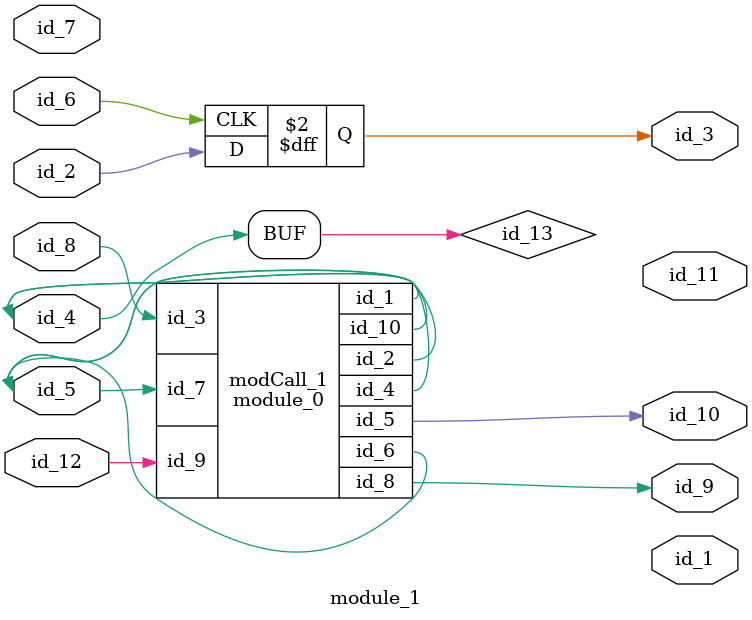
<source format=v>
module module_0 (
    id_1,
    id_2,
    id_3,
    id_4,
    id_5,
    id_6,
    id_7,
    id_8,
    id_9,
    id_10
);
  inout wire id_10;
  input wire id_9;
  output wire id_8;
  input wire id_7;
  output wire id_6;
  output wire id_5;
  inout wire id_4;
  input wire id_3;
  output wire id_2;
  inout wire id_1;
  wire id_11;
endmodule
module module_1 (
    id_1,
    id_2,
    id_3,
    id_4,
    id_5,
    id_6,
    id_7,
    id_8,
    id_9,
    id_10,
    id_11,
    id_12
);
  input wire id_12;
  output wire id_11;
  output wire id_10;
  output wire id_9;
  input wire id_8;
  input wire id_7;
  input wire id_6;
  inout wire id_5;
  inout wire id_4;
  output wire id_3;
  inout wire id_2;
  output wire id_1;
  always @(posedge id_6) id_3 <= id_2;
  module_0 modCall_1 (
      id_5,
      id_4,
      id_8,
      id_5,
      id_10,
      id_5,
      id_5,
      id_9,
      id_12,
      id_4
  );
  wire id_13 = id_4;
endmodule

</source>
